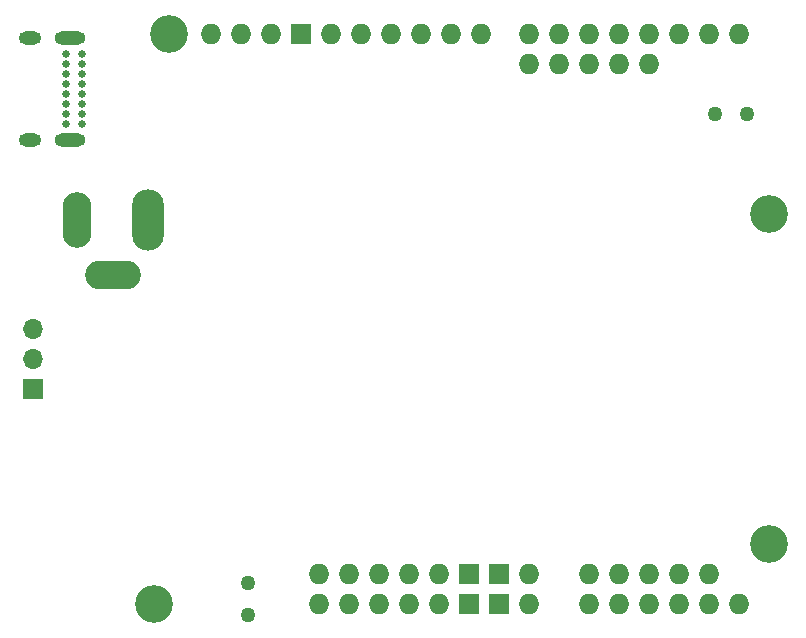
<source format=gbr>
%TF.GenerationSoftware,KiCad,Pcbnew,8.0.6*%
%TF.CreationDate,2024-11-07T12:24:51-05:00*%
%TF.ProjectId,ESP32-Uno-Board-v2,45535033-322d-4556-9e6f-2d426f617264,rev?*%
%TF.SameCoordinates,Original*%
%TF.FileFunction,Soldermask,Bot*%
%TF.FilePolarity,Negative*%
%FSLAX46Y46*%
G04 Gerber Fmt 4.6, Leading zero omitted, Abs format (unit mm)*
G04 Created by KiCad (PCBNEW 8.0.6) date 2024-11-07 12:24:51*
%MOMM*%
%LPD*%
G01*
G04 APERTURE LIST*
%ADD10C,3.200000*%
%ADD11O,1.727200X1.727200*%
%ADD12R,1.727200X1.727200*%
%ADD13C,1.270000*%
%ADD14R,1.700000X1.700000*%
%ADD15O,1.700000X1.700000*%
%ADD16O,2.704000X5.204000*%
%ADD17O,2.454000X4.704000*%
%ADD18O,4.704000X2.454000*%
%ADD19C,0.660400*%
%ADD20O,1.905000X1.117600*%
%ADD21O,2.616200X1.117600*%
G04 APERTURE END LIST*
D10*
%TO.C,A2*%
X123970000Y-150250000D03*
X125240000Y-101990000D03*
X176040000Y-117230000D03*
X176040000Y-145170000D03*
D11*
X145560000Y-147710000D03*
X145560000Y-150250000D03*
X148100000Y-147710000D03*
X148100000Y-150250000D03*
X160800000Y-150250000D03*
X163340000Y-150250000D03*
X165880000Y-150250000D03*
X168420000Y-150250000D03*
X170960000Y-150250000D03*
X173500000Y-150250000D03*
X133876000Y-101990000D03*
X137940000Y-150250000D03*
X173500000Y-101990000D03*
X170960000Y-101990000D03*
X168420000Y-101990000D03*
X165880000Y-101990000D03*
X163340000Y-101990000D03*
X160800000Y-101990000D03*
X158260000Y-101990000D03*
X155720000Y-101990000D03*
X151656000Y-101990000D03*
X149116000Y-101990000D03*
X146576000Y-101990000D03*
X144036000Y-101990000D03*
X141496000Y-101990000D03*
X138956000Y-101990000D03*
X165880000Y-104530000D03*
X163340000Y-104530000D03*
X160800000Y-104530000D03*
X158260000Y-104530000D03*
X155720000Y-104530000D03*
X170960000Y-147710000D03*
X168420000Y-147710000D03*
X165880000Y-147710000D03*
X163340000Y-147710000D03*
X160800000Y-147710000D03*
D12*
X136416000Y-101990000D03*
X150640000Y-150250000D03*
X153180000Y-150250000D03*
X150640000Y-147710000D03*
X153180000Y-147710000D03*
D11*
X140480000Y-150250000D03*
X143020000Y-147710000D03*
X140480000Y-147710000D03*
X137940000Y-147710000D03*
X143020000Y-150250000D03*
X128796000Y-101990000D03*
X131336000Y-101990000D03*
X155720000Y-147710000D03*
X155720000Y-150250000D03*
%TD*%
D13*
%TO.C,BTN1*%
X131950001Y-148475000D03*
X131950001Y-151225002D03*
%TD*%
D14*
%TO.C,SW1*%
X113750000Y-132080000D03*
D15*
X113750000Y-129540000D03*
X113750000Y-127000000D03*
%TD*%
D16*
%TO.C,J2*%
X123500000Y-117750000D03*
D17*
X117500000Y-117750000D03*
D18*
X120500000Y-122450000D03*
%TD*%
D13*
%TO.C,BTN2*%
X171500000Y-108750000D03*
X174250002Y-108750000D03*
%TD*%
D19*
%TO.C,J1*%
X117917566Y-103664444D03*
X117917566Y-104514445D03*
X117917566Y-105364443D03*
X117917566Y-106214444D03*
X117917566Y-107064445D03*
X117917566Y-107914446D03*
X117917566Y-108764444D03*
X117917566Y-109614445D03*
X116567566Y-109614445D03*
X116567566Y-108764444D03*
X116567566Y-107914446D03*
X116567566Y-107064445D03*
X116567566Y-106214444D03*
X116567566Y-105364443D03*
X116567566Y-104514445D03*
X116567566Y-103664444D03*
D20*
X113552566Y-102314459D03*
X113552566Y-110964429D03*
D21*
X116937565Y-102314444D03*
X116937566Y-110964429D03*
%TD*%
M02*

</source>
